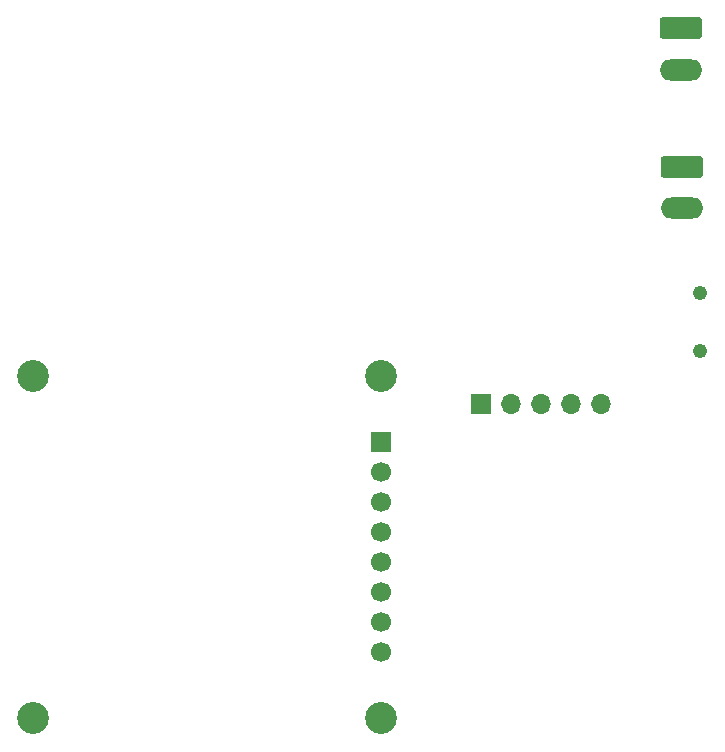
<source format=gbr>
%TF.GenerationSoftware,KiCad,Pcbnew,8.0.6*%
%TF.CreationDate,2024-12-14T14:20:07+01:00*%
%TF.ProjectId,PUEE,50554545-2e6b-4696-9361-645f70636258,rev?*%
%TF.SameCoordinates,Original*%
%TF.FileFunction,Soldermask,Bot*%
%TF.FilePolarity,Negative*%
%FSLAX46Y46*%
G04 Gerber Fmt 4.6, Leading zero omitted, Abs format (unit mm)*
G04 Created by KiCad (PCBNEW 8.0.6) date 2024-12-14 14:20:07*
%MOMM*%
%LPD*%
G01*
G04 APERTURE LIST*
G04 Aperture macros list*
%AMRoundRect*
0 Rectangle with rounded corners*
0 $1 Rounding radius*
0 $2 $3 $4 $5 $6 $7 $8 $9 X,Y pos of 4 corners*
0 Add a 4 corners polygon primitive as box body*
4,1,4,$2,$3,$4,$5,$6,$7,$8,$9,$2,$3,0*
0 Add four circle primitives for the rounded corners*
1,1,$1+$1,$2,$3*
1,1,$1+$1,$4,$5*
1,1,$1+$1,$6,$7*
1,1,$1+$1,$8,$9*
0 Add four rect primitives between the rounded corners*
20,1,$1+$1,$2,$3,$4,$5,0*
20,1,$1+$1,$4,$5,$6,$7,0*
20,1,$1+$1,$6,$7,$8,$9,0*
20,1,$1+$1,$8,$9,$2,$3,0*%
G04 Aperture macros list end*
%ADD10RoundRect,0.250000X-1.550000X0.650000X-1.550000X-0.650000X1.550000X-0.650000X1.550000X0.650000X0*%
%ADD11O,3.600000X1.800000*%
%ADD12C,1.219200*%
%ADD13C,2.700000*%
%ADD14R,1.700000X1.700000*%
%ADD15C,1.700000*%
%ADD16O,1.700000X1.700000*%
G04 APERTURE END LIST*
D10*
%TO.C,J1*%
X172000000Y-66500000D03*
D11*
X172000000Y-70000000D03*
%TD*%
D10*
%TO.C,J2*%
X171857500Y-54767500D03*
D11*
X171857500Y-58267500D03*
%TD*%
D12*
%TO.C,Y2*%
X173525000Y-82065000D03*
X173525000Y-77184999D03*
%TD*%
D13*
%TO.C,Brd1*%
X146500000Y-84212000D03*
X117036000Y-84212000D03*
X146500000Y-113168000D03*
X117036000Y-113168000D03*
D14*
X146500000Y-89800000D03*
D15*
X146500000Y-92340000D03*
X146500000Y-94880000D03*
X146500000Y-97420000D03*
X146500000Y-99960000D03*
X146500000Y-102500000D03*
X146500000Y-105040000D03*
X146500000Y-107580000D03*
%TD*%
D14*
%TO.C,J7*%
X154962500Y-86550000D03*
D16*
X157502500Y-86550000D03*
X160042500Y-86550000D03*
X162582500Y-86550000D03*
X165122500Y-86550000D03*
%TD*%
M02*

</source>
